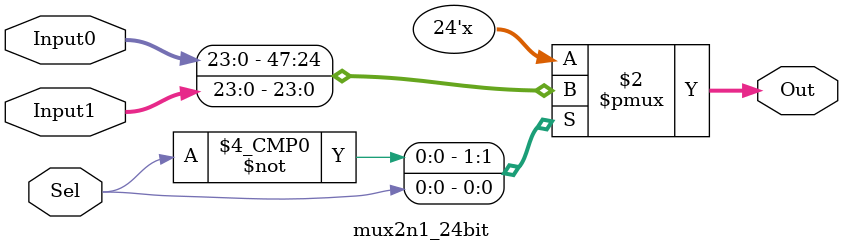
<source format=v>
`timescale 1ns / 1ps





module mux2n1_24bit(
       input [23:0]Input0,
       input [23:0]Input1,
       input Sel,
       output reg [23:0]Out
    );
    

    always @* begin
    case(Sel)
        1'b0: Out = Input0;
        1'b1: Out = Input1;
    endcase
    end
endmodule


</source>
